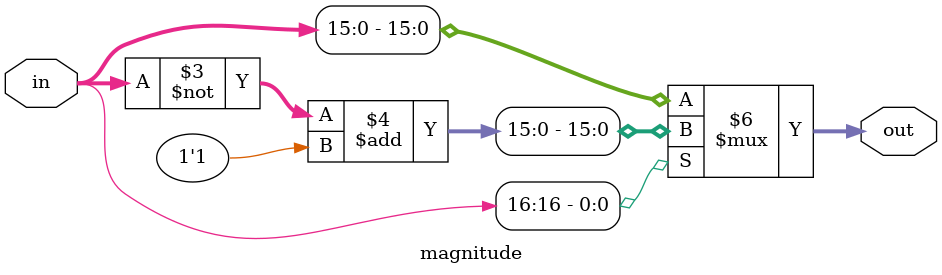
<source format=sv>
module magnitude
(
	input wire [16:0] in,
	output reg [15:0] out
);

reg [16:0] invert_in;
reg [16:0] add;
	
always_comb
begin
	if (in[16] == 0) begin
		out[15:0] = in[15:0];
	end else begin
		invert_in = ~in;
		add = invert_in + 1'b1;
		out[15:0] = add[15:0];
	end
end

endmodule


</source>
